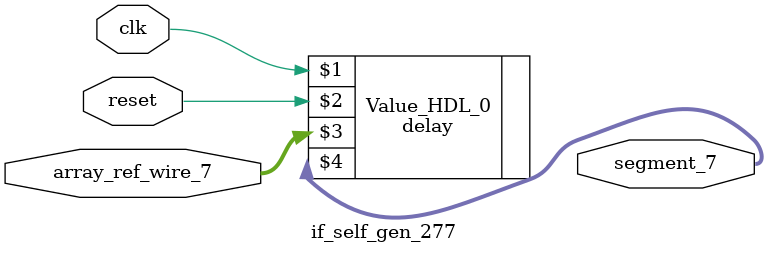
<source format=v>
module if_self_gen_277( input clk, input reset, input [31:0]array_ref_wire_7, output [31:0]segment_7); 
	wire [31:0]segment_7;
	//Proceed with segment_7 = array_ref_wire_7
	delay Value_HDL_0 ( clk, reset, array_ref_wire_7, segment_7);
endmodule
</source>
